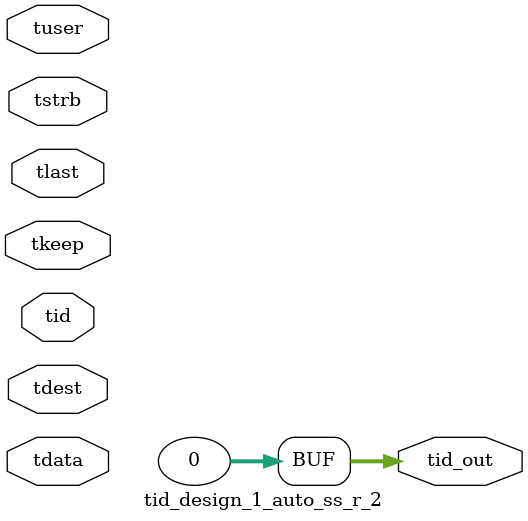
<source format=v>


`timescale 1ps/1ps

module tid_design_1_auto_ss_r_2 #
(
parameter C_S_AXIS_TID_WIDTH   = 1,
parameter C_S_AXIS_TUSER_WIDTH = 0,
parameter C_S_AXIS_TDATA_WIDTH = 0,
parameter C_S_AXIS_TDEST_WIDTH = 0,
parameter C_M_AXIS_TID_WIDTH   = 32
)
(
input  [(C_S_AXIS_TID_WIDTH   == 0 ? 1 : C_S_AXIS_TID_WIDTH)-1:0       ] tid,
input  [(C_S_AXIS_TDATA_WIDTH == 0 ? 1 : C_S_AXIS_TDATA_WIDTH)-1:0     ] tdata,
input  [(C_S_AXIS_TUSER_WIDTH == 0 ? 1 : C_S_AXIS_TUSER_WIDTH)-1:0     ] tuser,
input  [(C_S_AXIS_TDEST_WIDTH == 0 ? 1 : C_S_AXIS_TDEST_WIDTH)-1:0     ] tdest,
input  [(C_S_AXIS_TDATA_WIDTH/8)-1:0 ] tkeep,
input  [(C_S_AXIS_TDATA_WIDTH/8)-1:0 ] tstrb,
input                                                                    tlast,
output [(C_M_AXIS_TID_WIDTH   == 0 ? 1 : C_M_AXIS_TID_WIDTH)-1:0       ] tid_out
);

assign tid_out = {1'b0};

endmodule


</source>
